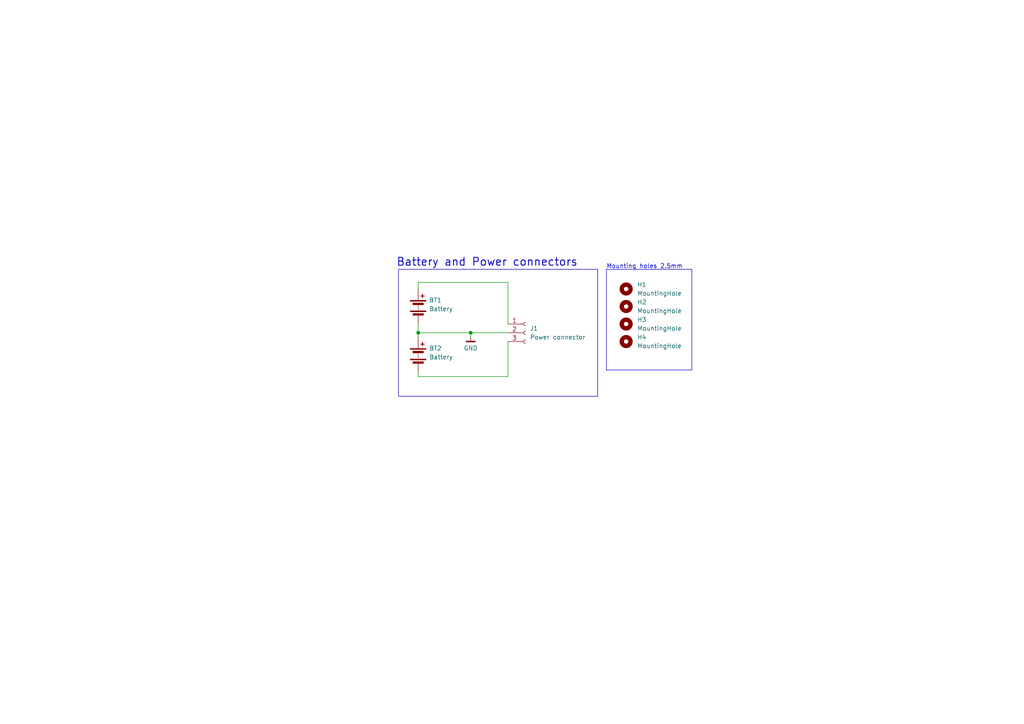
<source format=kicad_sch>
(kicad_sch (version 20230121) (generator eeschema)
  (paper "A4")
  (title_block (title "Uređaj za merenje efektivne vrednosti AC napona") (date "2024-02-10") (rev "0.1") (company "Srđan Milkić") (comment 3 "Naponski konektor") (comment 4 "Konektori za baterije"))
  (lib_symbols
    (symbol "Connector:Conn_01x03_Socket" (pin_names (offset 1.016) hide)
      (property "Reference" "J" (at 0 5.08 0))
      (property "Value" "Conn_01x03_Socket" (at 0 -5.08 0))
      (symbol "Conn_01x03_Socket_1_1"
        (arc (start 0 -2.032) (mid -0.5058 -2.54) (end 0 -3.048) (stroke (width 0.1524)))
        (polyline (pts (xy -1.27 -2.54) (xy -0.508 -2.54)) (stroke (width 0.1524)))
        (polyline (pts (xy -1.27 0) (xy -0.508 0)) (stroke (width 0.1524)))
        (polyline (pts (xy -1.27 2.54) (xy -0.508 2.54)) (stroke (width 0.1524)))
        (arc (start 0 0.508) (mid -0.5058 0) (end 0 -0.508) (stroke (width 0.1524)))
        (arc (start 0 3.048) (mid -0.5058 2.54) (end 0 2.032) (stroke (width 0.1524)))
        (pin passive line (at -5.08 2.54 0) (length 3.81) (name "Pin_1") (number "1"))
        (pin passive line (at -5.08 0 0) (length 3.81) (name "Pin_2") (number "2"))
        (pin passive line (at -5.08 -2.54 0) (length 3.81) (name "Pin_3") (number "3"))
      )
    )
    (symbol "Device:Battery" (pin_numbers hide) (pin_names (offset 0) hide)
      (property "Reference" "BT" (at 2.54 2.54 0))
      (property "Value" "Battery" (at 2.54 0 0))
      (symbol "Battery_0_1"
        (rectangle (start -2.286 -1.27) (end 2.286 -1.524) (fill (type outline)))
        (rectangle (start -2.286 1.778) (end 2.286 1.524) (fill (type outline)))
        (rectangle (start -1.524 -2.032) (end 1.524 -2.54) (fill (type outline)))
        (rectangle (start -1.524 1.016) (end 1.524 0.508) (fill (type outline)))
        (polyline (pts (xy 0 -1.016) (xy 0 -0.762)))
        (polyline (pts (xy 0 -0.508) (xy 0 -0.254)))
        (polyline (pts (xy 0 0) (xy 0 0.254)))
        (polyline (pts (xy 0 1.778) (xy 0 2.54)))
        (polyline (pts (xy 0.762 3.048) (xy 1.778 3.048)) (stroke (width 0.254)))
        (polyline (pts (xy 1.27 3.556) (xy 1.27 2.54)) (stroke (width 0.254)))
      )
      (symbol "Battery_1_1"
        (pin passive line (at 0 5.08 270) (length 2.54) (name "+") (number "1"))
        (pin passive line (at 0 -5.08 90) (length 2.54) (name "-") (number "2"))
      )
    )
    (symbol "Mechanical:MountingHole" (pin_names (offset 1.016))
      (property "Reference" "H" (at 0 5.08 0))
      (property "Value" "MountingHole" (at 0 3.175 0))
      (symbol "MountingHole_0_1"
        (circle (center 0 0) (radius 1.27) (stroke (width 1.27)))
      )
    )
    (symbol "priums:GND"
      (property "Value" "GND" (at 0 -2.794 0))
      (symbol "GND_0_1"
        (polyline (pts (xy -1.27 -1.27) (xy 1.27 -1.27)) (stroke (width 0.4)))
        (polyline (pts (xy 0 -1.27) (xy 0 0)))
      )
      (symbol "GND_1_1"
        (pin power_in line (at 0 0 270) (length 0) hide (name "GND") (number "1"))
      )
    )
  )
  (junction (at 121.285 96.52))
  (junction (at 136.525 96.52))
  (wire (pts (xy 121.285 96.52) (xy 136.525 96.52)))
  (polyline (pts (xy 175.895 107.315) (xy 200.66 107.315)))
  (polyline (pts (xy 200.66 107.315) (xy 200.66 78.105)))
  (wire (pts (xy 136.525 96.52) (xy 147.32 96.52)))
  (wire (pts (xy 147.32 99.06) (xy 147.32 109.22)))
  (polyline (pts (xy 175.895 78.105) (xy 200.66 78.105)))
  (wire (pts (xy 121.285 107.95) (xy 121.285 109.22)))
  (wire (pts (xy 121.285 81.915) (xy 147.32 81.915)))
  (wire (pts (xy 136.525 96.52) (xy 136.525 97.79)))
  (polyline (pts (xy 175.895 78.105) (xy 175.895 107.315)))
  (wire (pts (xy 121.285 83.82) (xy 121.285 81.915)))
  (wire (pts (xy 121.285 109.22) (xy 147.32 109.22)))
  (wire (pts (xy 121.285 93.98) (xy 121.285 96.52)))
  (wire (pts (xy 147.32 81.915) (xy 147.32 93.98)))
  (wire (pts (xy 121.285 96.52) (xy 121.285 97.79)))
  (rectangle (start 115.57 78.105) (end 173.355 114.935))
  (text "Battery and Power connectors" (at 114.935 77.47 0) (effects (font (size 2.286 2.286) (thickness 0.254) bold) (justify left bottom)))
  (text "Mounting holes 2.5mm\n" (at 175.895 78.105 0) (effects (font (size 1.27 1.27)) (justify left bottom)))
  (symbol (lib_id "Mechanical:MountingHole") (at 181.61 93.98 0) (unit 1)
    (property "Reference" "H3" (at 184.785 92.7099 0) (effects (justify left)))
    (property "Value" "MountingHole" (at 184.785 95.2499 0) (effects (justify left)))
    (property "Footprint" "MountingHole:MountingHole_2.5mm" (effects hide))
  )
  (symbol (lib_id "priums:GND") (at 136.525 97.79 0) (mirror y) (unit 1)
    (property "Reference" "#PWR1" (effects hide))
    (property "Value" "GND" (at 136.525 100.965 0))
  )
  (symbol (lib_id "Device:Battery") (at 121.285 102.87 0) (unit 1)
    (property "Reference" "BT2" (at 124.46 101.0285 0) (effects (justify left)))
    (property "Value" "Battery" (at 124.46 103.5685 0) (effects (justify left)))
    (property "Footprint" "Battery:BatteryHolder_Eagle_12BH611-GR" (effects hide))
  )
  (symbol (lib_id "Mechanical:MountingHole") (at 181.61 99.06 0) (unit 1)
    (property "Reference" "H4" (at 184.785 97.7899 0) (effects (justify left)))
    (property "Value" "MountingHole" (at 184.785 100.3299 0) (effects (justify left)))
    (property "Footprint" "MountingHole:MountingHole_2.5mm" (effects hide))
  )
  (symbol (lib_id "Connector:Conn_01x03_Socket") (at 152.4 96.52 0) (unit 1)
    (property "Reference" "J1" (at 153.67 95.25 0) (effects (justify left)))
    (property "Value" "Power connector" (at 153.67 97.79 0) (effects (justify left)))
    (property "Footprint" "Connector_JST:JST_XH_B3B-XH-A_1x03_P2.50mm_Vertical" (effects hide))
  )
  (symbol (lib_id "Mechanical:MountingHole") (at 181.61 83.82 0) (unit 1)
    (property "Reference" "H1" (at 184.785 82.5499 0) (effects (justify left)))
    (property "Value" "MountingHole" (at 184.785 85.0899 0) (effects (justify left)))
    (property "Footprint" "MountingHole:MountingHole_2.5mm" (effects hide))
  )
  (symbol (lib_id "Device:Battery") (at 121.285 88.9 0) (unit 1)
    (property "Reference" "BT1" (at 124.46 87.0585 0) (effects (justify left)))
    (property "Value" "Battery" (at 124.46 89.5985 0) (effects (justify left)))
    (property "Footprint" "Battery:BatteryHolder_Eagle_12BH611-GR" (effects hide))
  )
  (symbol (lib_id "Mechanical:MountingHole") (at 181.61 88.9 0) (unit 1)
    (property "Reference" "H2" (at 184.785 87.6299 0) (effects (justify left)))
    (property "Value" "MountingHole" (at 184.785 90.1699 0) (effects (justify left)))
    (property "Footprint" "MountingHole:MountingHole_2.5mm" (effects hide))
  )
)
</source>
